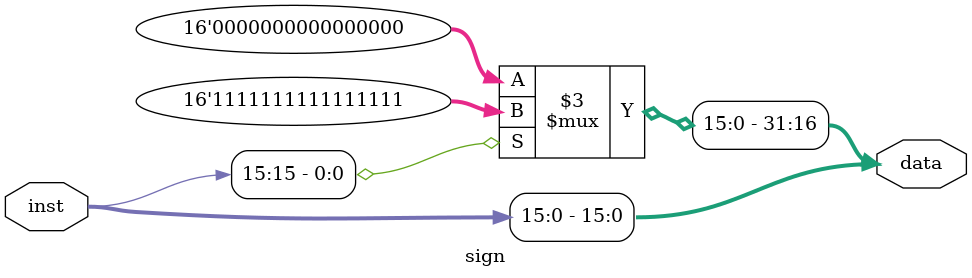
<source format=v>
`timescale 1ns / 1ps


module sign(
    input [15:0]inst,
    output reg [31:0] data
    );
    
    always @ (inst)
    begin
    if (inst[15])
    data[31:16]=16'b1111111111111111;
    else 
    data[31:16]=16'b0000000000000000;
    
    data[15:0]=inst;
    end
    
    
    
endmodule

</source>
